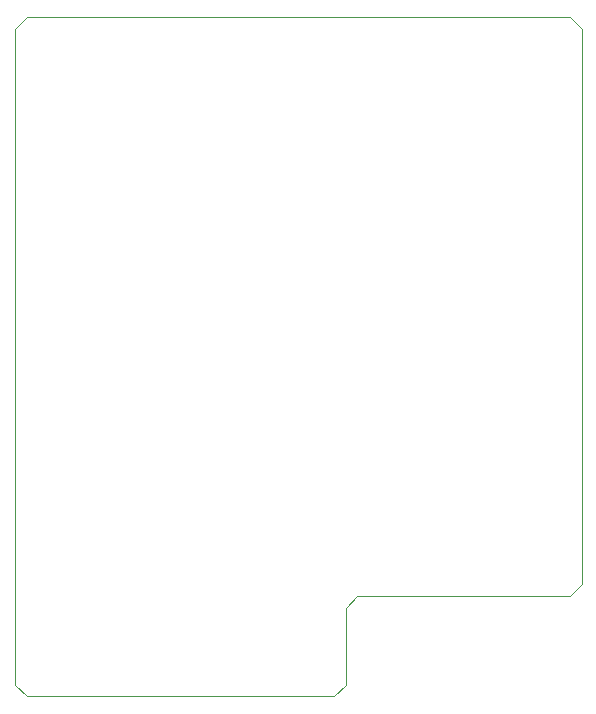
<source format=gm1>
G04 #@! TF.GenerationSoftware,KiCad,Pcbnew,(6.0.9-0)*
G04 #@! TF.CreationDate,2022-12-09T10:48:47+09:00*
G04 #@! TF.ProjectId,MEZ6502RAM,4d455a36-3530-4325-9241-4d2e6b696361,A*
G04 #@! TF.SameCoordinates,PX5f5e100PY8f0d180*
G04 #@! TF.FileFunction,Profile,NP*
%FSLAX46Y46*%
G04 Gerber Fmt 4.6, Leading zero omitted, Abs format (unit mm)*
G04 Created by KiCad (PCBNEW (6.0.9-0)) date 2022-12-09 10:48:47*
%MOMM*%
%LPD*%
G01*
G04 APERTURE LIST*
G04 #@! TA.AperFunction,Profile*
%ADD10C,0.100000*%
G04 #@! TD*
G04 APERTURE END LIST*
D10*
X48000000Y56500000D02*
X48000000Y9500000D01*
X47000000Y8500000D01*
X29000000Y8500000D01*
X28000000Y7500000D01*
X28000000Y1000000D01*
X27000000Y0D01*
X1000000Y0D01*
X0Y1000000D01*
X0Y56500000D01*
X1000000Y57500000D01*
X47000000Y57500000D01*
X48000000Y56500000D01*
M02*

</source>
